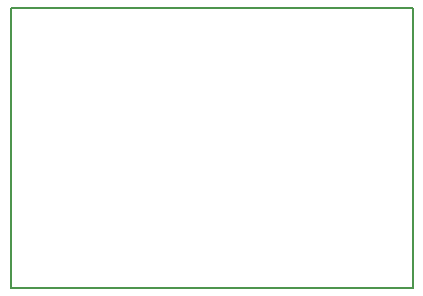
<source format=gm1>
G04 #@! TF.FileFunction,Profile,NP*
%FSLAX46Y46*%
G04 Gerber Fmt 4.6, Leading zero omitted, Abs format (unit mm)*
G04 Created by KiCad (PCBNEW (2015-12-18 BZR 6383, Git 02d9bbb)-product) date Sun 17 Jan 2016 02:01:38 PM EET*
%MOMM*%
G01*
G04 APERTURE LIST*
%ADD10C,0.100000*%
%ADD11C,0.150000*%
G04 APERTURE END LIST*
D10*
D11*
X43180000Y-61669500D02*
X43199000Y-85399500D01*
X77180000Y-61669500D02*
X43180000Y-61669500D01*
X77180000Y-85419500D02*
X77180000Y-61669500D01*
X43199000Y-85399500D02*
X77180000Y-85419500D01*
M02*

</source>
